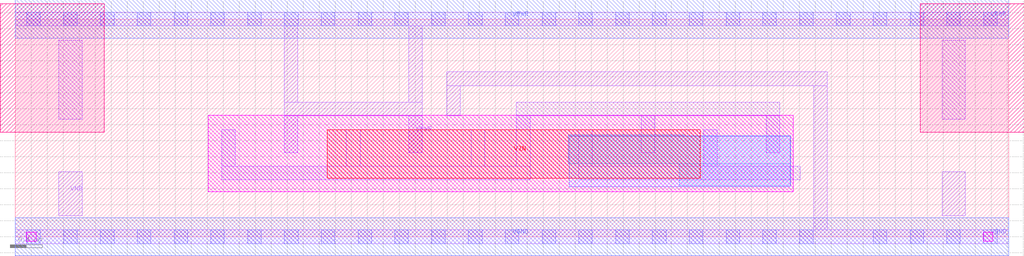
<source format=lef>
VERSION 5.6 ;
BUSBITCHARS "[]" ;
DIVIDERCHAR "/" ;

MACRO HEADER
  CLASS CORE ;
  ORIGIN 0 0 ;
  FOREIGN HEADER 0 0 ;
  SIZE 12.42 BY 2.72 ;
  SYMMETRY X Y ;
  SITE unithd ;
  PIN VIN
    DIRECTION INOUT ;
    USE SIGNAL ;
    PORT
      LAYER met3 ;
        #RECT 3.900 0.730 8.400 1.340 ;
        RECT 3.9 0.73 8.56 1.34 ;
    END
  END VIN
  PIN VNB
    DIRECTION INOUT ;
    USE GROUND ;
    SHAPE ABUTMENT ;
    PORT
      LAYER li1 ;
        RECT 11.585 0.265 11.875 0.81 ;
        RECT 0.545 0.265 0.835 0.81 ;
    END
  END VNB
  PIN VGND
    DIRECTION INOUT ;
    USE GROUND ;
    SHAPE ABUTMENT ;
    PORT
      LAYER met1 ;
        RECT 0.000 -0.240 12.420 0.240 ;
      LAYER li1 ;
        RECT 5.395 1.890 10.150 2.060 ;
        RECT 5.395 1.510 5.565 1.890 ;
        RECT 9.980 0.085 10.150 1.890 ;
        RECT 0.000 -0.085 12.420 0.085 ;
      LAYER mcon ;
        RECT 0.145 -0.085 0.315 0.085 ;
        RECT 0.605 -0.085 0.775 0.085 ;
        RECT 1.065 -0.085 1.235 0.085 ;
        RECT 1.525 -0.085 1.695 0.085 ;
        RECT 1.985 -0.085 2.155 0.085 ;
        RECT 2.445 -0.085 2.615 0.085 ;
        RECT 2.905 -0.085 3.075 0.085 ;
        RECT 3.365 -0.085 3.535 0.085 ;
        RECT 3.825 -0.085 3.995 0.085 ;
        RECT 4.285 -0.085 4.455 0.085 ;
        RECT 4.745 -0.085 4.915 0.085 ;
        RECT 5.205 -0.085 5.375 0.085 ;
        RECT 5.665 -0.085 5.835 0.085 ;
        RECT 6.125 -0.085 6.295 0.085 ;
        RECT 6.585 -0.085 6.755 0.085 ;
        RECT 7.045 -0.085 7.215 0.085 ;
        RECT 7.505 -0.085 7.675 0.085 ;
        RECT 7.965 -0.085 8.135 0.085 ;
        RECT 8.425 -0.085 8.595 0.085 ;
        RECT 8.885 -0.085 9.055 0.085 ;
        RECT 9.345 -0.085 9.515 0.085 ;
        RECT 9.805 -0.085 9.975 0.085 ;
        RECT 10.725 -0.085 10.895 0.085 ;
        RECT 11.185 -0.085 11.355 0.085 ;
        RECT 11.645 -0.085 11.815 0.085 ;
        RECT 12.105 -0.085 12.275 0.085 ;
    END
  END VGND
  PIN VPWR
    DIRECTION INOUT ;
    USE POWER ;
    SHAPE ABUTMENT ;
    PORT
      LAYER met1 ;
        RECT 0.000 2.480 12.420 2.960 ;
      LAYER li1 ;
        RECT 0.000 2.635 12.420 2.805 ;
        RECT 3.360 1.680 3.530 2.635 ;
        RECT 4.920 1.680 5.090 2.635 ;
        RECT 3.360 1.510 5.090 1.680 ;
        RECT 3.360 1.050 3.530 1.510 ;
        RECT 4.920 1.050 5.090 1.510 ;
      LAYER mcon ;
        RECT 0.145 2.635 0.315 2.805 ;
        RECT 0.605 2.635 0.775 2.805 ;
        RECT 1.065 2.635 1.235 2.805 ;
        RECT 1.525 2.635 1.695 2.805 ;
        RECT 1.985 2.635 2.155 2.805 ;
        RECT 2.445 2.635 2.615 2.805 ;
        RECT 2.905 2.635 3.075 2.805 ;
        RECT 3.365 2.635 3.535 2.805 ;
        RECT 3.825 2.635 3.995 2.805 ;
        RECT 4.285 2.635 4.455 2.805 ;
        RECT 4.745 2.635 4.915 2.805 ;
        RECT 5.205 2.635 5.375 2.805 ;
        RECT 5.665 2.635 5.835 2.805 ;
        RECT 6.125 2.635 6.295 2.805 ;
        RECT 6.585 2.635 6.755 2.805 ;
        RECT 7.045 2.635 7.215 2.805 ;
        RECT 7.505 2.635 7.675 2.805 ;
        RECT 7.965 2.635 8.135 2.805 ;
        RECT 8.425 2.635 8.595 2.805 ;
        RECT 8.885 2.635 9.055 2.805 ;
        RECT 9.345 2.635 9.515 2.805 ;
        RECT 9.805 2.635 9.975 2.805 ;
        RECT 10.265 2.635 10.435 2.805 ;
        RECT 10.725 2.635 10.895 2.805 ;
        RECT 11.185 2.635 11.355 2.805 ;
        RECT 11.645 2.635 11.815 2.805 ;
        RECT 12.105 2.635 12.275 2.805 ;
    END
  END VPWR
  OBS
      LAYER nwell ;
        RECT -0.190 1.305 1.110 2.910 ;
      LAYER pwell ;
        RECT 2.410 0.560 9.725 1.520 ;
      LAYER nwell ;
        RECT 11.310 1.305 12.610 2.910 ;
      LAYER pwell ;
        RECT 0.140 -0.055 0.260 0.055 ;
        RECT 12.100 -0.055 12.220 0.055 ;
      LAYER li1 ;
        RECT 0.545 1.470 0.835 2.455 ;
        RECT 6.265 1.510 9.555 1.680 ;
        RECT 2.580 0.880 2.750 1.340 ;
        RECT 4.140 0.880 4.310 1.340 ;
        RECT 5.700 0.880 5.870 1.340 ;
        RECT 6.265 0.880 6.435 1.510 ;
        RECT 7.825 1.050 7.995 1.510 ;
        RECT 9.385 1.050 9.555 1.510 ;
        RECT 11.585 1.470 11.875 2.455 ;
        RECT 2.580 0.710 6.435 0.880 ;
        RECT 7.045 0.880 7.215 1.340 ;
        RECT 8.605 0.880 8.775 1.340 ;
        RECT 7.045 0.710 9.810 0.880 ;
      LAYER met1 ;
        RECT 6.925 0.625 9.690 1.255 ;
      LAYER met2 ;
        RECT 6.915 1.260 8.370 1.275 ;
        RECT 6.915 0.910 9.695 1.260 ;
        RECT 8.300 0.635 9.695 0.910 ;
  END
END HEADER

END LIBRARY

</source>
